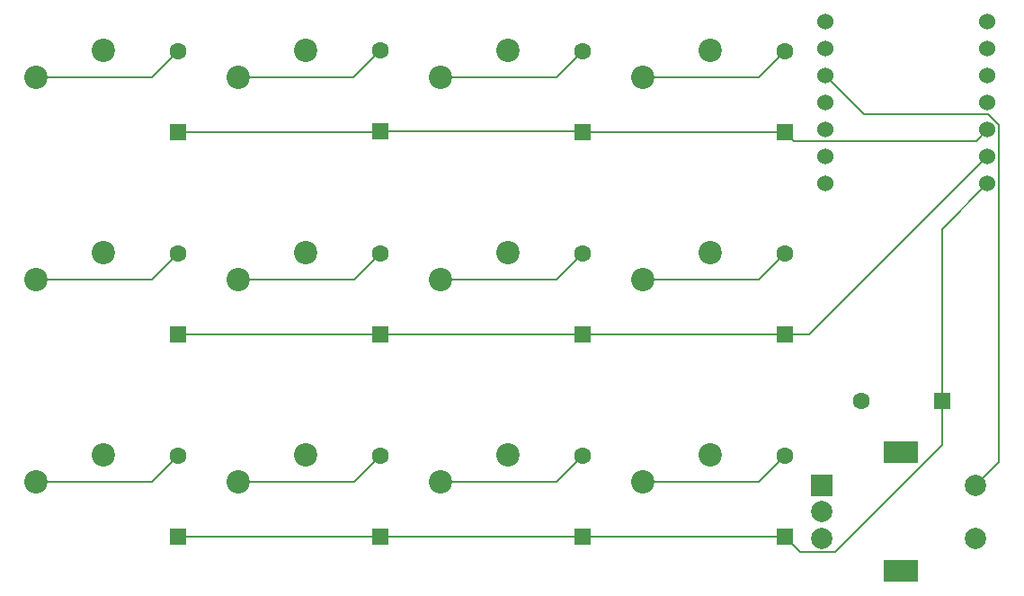
<source format=gbr>
%TF.GenerationSoftware,KiCad,Pcbnew,9.0.2*%
%TF.CreationDate,2025-05-30T01:47:42-07:00*%
%TF.ProjectId,pixelpad,70697865-6c70-4616-942e-6b696361645f,rev?*%
%TF.SameCoordinates,Original*%
%TF.FileFunction,Copper,L2,Bot*%
%TF.FilePolarity,Positive*%
%FSLAX46Y46*%
G04 Gerber Fmt 4.6, Leading zero omitted, Abs format (unit mm)*
G04 Created by KiCad (PCBNEW 9.0.2) date 2025-05-30 01:47:42*
%MOMM*%
%LPD*%
G01*
G04 APERTURE LIST*
G04 Aperture macros list*
%AMRoundRect*
0 Rectangle with rounded corners*
0 $1 Rounding radius*
0 $2 $3 $4 $5 $6 $7 $8 $9 X,Y pos of 4 corners*
0 Add a 4 corners polygon primitive as box body*
4,1,4,$2,$3,$4,$5,$6,$7,$8,$9,$2,$3,0*
0 Add four circle primitives for the rounded corners*
1,1,$1+$1,$2,$3*
1,1,$1+$1,$4,$5*
1,1,$1+$1,$6,$7*
1,1,$1+$1,$8,$9*
0 Add four rect primitives between the rounded corners*
20,1,$1+$1,$2,$3,$4,$5,0*
20,1,$1+$1,$4,$5,$6,$7,0*
20,1,$1+$1,$6,$7,$8,$9,0*
20,1,$1+$1,$8,$9,$2,$3,0*%
G04 Aperture macros list end*
%TA.AperFunction,ComponentPad*%
%ADD10C,2.200000*%
%TD*%
%TA.AperFunction,ComponentPad*%
%ADD11R,2.000000X2.000000*%
%TD*%
%TA.AperFunction,ComponentPad*%
%ADD12C,2.000000*%
%TD*%
%TA.AperFunction,ComponentPad*%
%ADD13R,3.200000X2.000000*%
%TD*%
%TA.AperFunction,ComponentPad*%
%ADD14C,1.524000*%
%TD*%
%TA.AperFunction,ComponentPad*%
%ADD15RoundRect,0.250000X0.550000X-0.550000X0.550000X0.550000X-0.550000X0.550000X-0.550000X-0.550000X0*%
%TD*%
%TA.AperFunction,ComponentPad*%
%ADD16C,1.600000*%
%TD*%
%TA.AperFunction,ComponentPad*%
%ADD17RoundRect,0.250000X0.550000X0.550000X-0.550000X0.550000X-0.550000X-0.550000X0.550000X-0.550000X0*%
%TD*%
%TA.AperFunction,Conductor*%
%ADD18C,0.200000*%
%TD*%
G04 APERTURE END LIST*
D10*
%TO.P,SW3,1,1*%
%TO.N,COL2*%
X135890000Y-28257500D03*
%TO.P,SW3,2,2*%
%TO.N,Net-(D3-A)*%
X129540000Y-30797500D03*
%TD*%
D11*
%TO.P,SW13,A,A*%
%TO.N,ENC_A*%
X165390480Y-69235096D03*
D12*
%TO.P,SW13,B,B*%
%TO.N,ENC_B*%
X165390480Y-74235096D03*
%TO.P,SW13,C,C*%
%TO.N,GND*%
X165390480Y-71735096D03*
D13*
%TO.P,SW13,MP*%
%TO.N,N/C*%
X172890480Y-66135096D03*
X172890480Y-77335096D03*
D12*
%TO.P,SW13,S1,S1*%
%TO.N,Net-(D13-A)*%
X179890480Y-74235096D03*
%TO.P,SW13,S2,S2*%
%TO.N,ENC_SWB*%
X179890480Y-69235096D03*
%TD*%
D10*
%TO.P,SW2,1,1*%
%TO.N,COL1*%
X116840000Y-28257500D03*
%TO.P,SW2,2,2*%
%TO.N,Net-(D2-A)*%
X110490000Y-30797500D03*
%TD*%
%TO.P,SW9,1,1*%
%TO.N,COL0*%
X97790000Y-66357500D03*
%TO.P,SW9,2,2*%
%TO.N,Net-(D9-A)*%
X91440000Y-68897500D03*
%TD*%
%TO.P,SW10,1,1*%
%TO.N,COL1*%
X116840000Y-66357500D03*
%TO.P,SW10,2,2*%
%TO.N,Net-(D10-A)*%
X110490000Y-68897500D03*
%TD*%
%TO.P,SW4,1,1*%
%TO.N,COL3*%
X154940000Y-28257500D03*
%TO.P,SW4,2,2*%
%TO.N,Net-(D4-A)*%
X148590000Y-30797500D03*
%TD*%
%TO.P,SW12,1,1*%
%TO.N,COL3*%
X154940000Y-66357500D03*
%TO.P,SW12,2,2*%
%TO.N,Net-(D12-A)*%
X148590000Y-68897500D03*
%TD*%
%TO.P,SW8,1,1*%
%TO.N,COL3*%
X154940000Y-47307500D03*
%TO.P,SW8,2,2*%
%TO.N,Net-(D8-A)*%
X148590000Y-49847500D03*
%TD*%
D14*
%TO.P,U1,1,GPIO26/ADC0/A0*%
%TO.N,ENC_A*%
X165794392Y-25598416D03*
%TO.P,U1,2,GPIO27/ADC1/A1*%
%TO.N,ENC_B*%
X165794392Y-28138416D03*
%TO.P,U1,3,GPIO28/ADC2/A2*%
%TO.N,ENC_SWB*%
X165794392Y-30678416D03*
%TO.P,U1,4,GPIO29/ADC3/A3*%
%TO.N,COL0*%
X165794392Y-33218416D03*
%TO.P,U1,5,GPIO6/SDA*%
%TO.N,COL1*%
X165794392Y-35758416D03*
%TO.P,U1,6,GPIO7/SCL*%
%TO.N,COL2*%
X165794392Y-38298416D03*
%TO.P,U1,7,GPIO0/TX*%
%TO.N,COL3*%
X165794392Y-40838416D03*
%TO.P,U1,8,GPIO1/RX*%
%TO.N,ROW2*%
X181034392Y-40838416D03*
%TO.P,U1,9,GPIO2/SCK*%
%TO.N,ROW1*%
X181034392Y-38298416D03*
%TO.P,U1,10,GPIO4/MISO*%
%TO.N,ROW0*%
X181034392Y-35758416D03*
%TO.P,U1,11,GPIO3/MOSI*%
%TO.N,unconnected-(U1-GPIO3{slash}MOSI-Pad11)*%
X181034392Y-33218416D03*
%TO.P,U1,12,3V3*%
%TO.N,unconnected-(U1-3V3-Pad12)*%
X181034392Y-30678416D03*
%TO.P,U1,13,GND*%
%TO.N,GND*%
X181034392Y-28138416D03*
%TO.P,U1,14,VBUS*%
%TO.N,+5V*%
X181034392Y-25598416D03*
%TD*%
D10*
%TO.P,SW11,1,1*%
%TO.N,COL2*%
X135890000Y-66357500D03*
%TO.P,SW11,2,2*%
%TO.N,Net-(D11-A)*%
X129540000Y-68897500D03*
%TD*%
%TO.P,SW7,1,1*%
%TO.N,COL2*%
X135890000Y-47307500D03*
%TO.P,SW7,2,2*%
%TO.N,Net-(D7-A)*%
X129540000Y-49847500D03*
%TD*%
%TO.P,SW1,1,1*%
%TO.N,COL0*%
X97790000Y-28257500D03*
%TO.P,SW1,2,2*%
%TO.N,Net-(D1-A)*%
X91440000Y-30797500D03*
%TD*%
%TO.P,SW6,1,1*%
%TO.N,COL1*%
X116840000Y-47307500D03*
%TO.P,SW6,2,2*%
%TO.N,Net-(D6-A)*%
X110490000Y-49847500D03*
%TD*%
%TO.P,SW5,1,1*%
%TO.N,COL0*%
X97790000Y-47307500D03*
%TO.P,SW5,2,2*%
%TO.N,Net-(D5-A)*%
X91440000Y-49847500D03*
%TD*%
D15*
%TO.P,D1,1,K*%
%TO.N,ROW0*%
X104774912Y-35956848D03*
D16*
%TO.P,D1,2,A*%
%TO.N,Net-(D1-A)*%
X104774912Y-28336848D03*
%TD*%
D17*
%TO.P,D13,1,K*%
%TO.N,ROW2*%
X176748136Y-61317136D03*
D16*
%TO.P,D13,2,A*%
%TO.N,Net-(D13-A)*%
X169128136Y-61317136D03*
%TD*%
D15*
%TO.P,D10,1,K*%
%TO.N,ROW2*%
X123824896Y-74056816D03*
D16*
%TO.P,D10,2,A*%
%TO.N,Net-(D10-A)*%
X123824896Y-66436816D03*
%TD*%
D15*
%TO.P,D4,1,K*%
%TO.N,ROW0*%
X161924864Y-35956848D03*
D16*
%TO.P,D4,2,A*%
%TO.N,Net-(D4-A)*%
X161924864Y-28336848D03*
%TD*%
D15*
%TO.P,D5,1,K*%
%TO.N,ROW1*%
X104774912Y-55006832D03*
D16*
%TO.P,D5,2,A*%
%TO.N,Net-(D5-A)*%
X104774912Y-47386832D03*
%TD*%
D15*
%TO.P,D11,1,K*%
%TO.N,ROW2*%
X142874880Y-74056816D03*
D16*
%TO.P,D11,2,A*%
%TO.N,Net-(D11-A)*%
X142874880Y-66436816D03*
%TD*%
D15*
%TO.P,D12,1,K*%
%TO.N,ROW2*%
X161924864Y-74056816D03*
D16*
%TO.P,D12,2,A*%
%TO.N,Net-(D12-A)*%
X161924864Y-66436816D03*
%TD*%
D15*
%TO.P,D8,1,K*%
%TO.N,ROW1*%
X161924864Y-55066360D03*
D16*
%TO.P,D8,2,A*%
%TO.N,Net-(D8-A)*%
X161924864Y-47446360D03*
%TD*%
D15*
%TO.P,D9,1,K*%
%TO.N,ROW2*%
X104774912Y-74056816D03*
D16*
%TO.P,D9,2,A*%
%TO.N,Net-(D9-A)*%
X104774912Y-66436816D03*
%TD*%
D15*
%TO.P,D3,1,K*%
%TO.N,ROW0*%
X142874880Y-35956848D03*
D16*
%TO.P,D3,2,A*%
%TO.N,Net-(D3-A)*%
X142874880Y-28336848D03*
%TD*%
D15*
%TO.P,D2,1,K*%
%TO.N,ROW0*%
X123824896Y-35897344D03*
D16*
%TO.P,D2,2,A*%
%TO.N,Net-(D2-A)*%
X123824896Y-28277344D03*
%TD*%
D15*
%TO.P,D7,1,K*%
%TO.N,ROW1*%
X142874880Y-55006832D03*
D16*
%TO.P,D7,2,A*%
%TO.N,Net-(D7-A)*%
X142874880Y-47386832D03*
%TD*%
D15*
%TO.P,D6,1,K*%
%TO.N,ROW1*%
X123824896Y-55006832D03*
D16*
%TO.P,D6,2,A*%
%TO.N,Net-(D6-A)*%
X123824896Y-47386832D03*
%TD*%
D18*
%TO.N,Net-(D1-A)*%
X91440000Y-30797500D02*
X102314260Y-30797500D01*
X102314260Y-30797500D02*
X104774912Y-28336848D01*
%TO.N,ROW0*%
X142874880Y-35956848D02*
X161924864Y-35956848D01*
X104774912Y-35956848D02*
X123765392Y-35956848D01*
X123765392Y-35956848D02*
X123824896Y-35897344D01*
X123824896Y-35897344D02*
X142815376Y-35897344D01*
X162789432Y-36821416D02*
X179971392Y-36821416D01*
X179971392Y-36821416D02*
X181034392Y-35758416D01*
X142815376Y-35897344D02*
X142874880Y-35956848D01*
X161924864Y-35956848D02*
X162789432Y-36821416D01*
%TO.N,Net-(D2-A)*%
X121304740Y-30797500D02*
X123824896Y-28277344D01*
X110490000Y-30797500D02*
X121304740Y-30797500D01*
%TO.N,Net-(D3-A)*%
X129540000Y-30797500D02*
X140414228Y-30797500D01*
X140414228Y-30797500D02*
X142874880Y-28336848D01*
%TO.N,Net-(D4-A)*%
X148590000Y-30797500D02*
X159464212Y-30797500D01*
X159464212Y-30797500D02*
X161924864Y-28336848D01*
%TO.N,ROW1*%
X164266448Y-55066360D02*
X181034392Y-38298416D01*
X123824896Y-55006832D02*
X142874880Y-55006832D01*
X161924864Y-55066360D02*
X164266448Y-55066360D01*
X142874880Y-55006832D02*
X161865336Y-55006832D01*
X161865336Y-55006832D02*
X161924864Y-55066360D01*
X104774912Y-55006832D02*
X123824896Y-55006832D01*
%TO.N,Net-(D5-A)*%
X102314244Y-49847500D02*
X104774912Y-47386832D01*
X91440000Y-49847500D02*
X102314244Y-49847500D01*
%TO.N,Net-(D6-A)*%
X121364228Y-49847500D02*
X123824896Y-47386832D01*
X110490000Y-49847500D02*
X121364228Y-49847500D01*
%TO.N,Net-(D7-A)*%
X129540000Y-49847500D02*
X140414212Y-49847500D01*
X140414212Y-49847500D02*
X142874880Y-47386832D01*
%TO.N,ROW2*%
X176748136Y-61317136D02*
X176748136Y-45124672D01*
X123824896Y-74056816D02*
X142874880Y-74056816D01*
X142874880Y-74056816D02*
X161924864Y-74056816D01*
X161924864Y-74056816D02*
X163404144Y-75536096D01*
X176748136Y-45124672D02*
X181034392Y-40838416D01*
X163404144Y-75536096D02*
X166691480Y-75536096D01*
X176748136Y-65479440D02*
X176748136Y-61317136D01*
X104774912Y-74056816D02*
X123824896Y-74056816D01*
X166691480Y-75536096D02*
X176748136Y-65479440D01*
%TO.N,Net-(D8-A)*%
X148590000Y-49847500D02*
X159523724Y-49847500D01*
X159523724Y-49847500D02*
X161924864Y-47446360D01*
%TO.N,Net-(D9-A)*%
X91440000Y-68897500D02*
X102314228Y-68897500D01*
X102314228Y-68897500D02*
X104774912Y-66436816D01*
%TO.N,Net-(D10-A)*%
X110490000Y-68897500D02*
X121364212Y-68897500D01*
X121364212Y-68897500D02*
X123824896Y-66436816D01*
%TO.N,Net-(D11-A)*%
X129540000Y-68897500D02*
X140414196Y-68897500D01*
X140414196Y-68897500D02*
X142874880Y-66436816D01*
%TO.N,Net-(D12-A)*%
X159464180Y-68897500D02*
X161924864Y-66436816D01*
X148590000Y-68897500D02*
X159464180Y-68897500D01*
%TO.N,ENC_SWB*%
X181060702Y-34281416D02*
X169397392Y-34281416D01*
X169397392Y-34281416D02*
X165794392Y-30678416D01*
X182097392Y-67028184D02*
X182097392Y-35318106D01*
X182097392Y-35318106D02*
X181060702Y-34281416D01*
X179890480Y-69235096D02*
X182097392Y-67028184D01*
%TD*%
M02*

</source>
